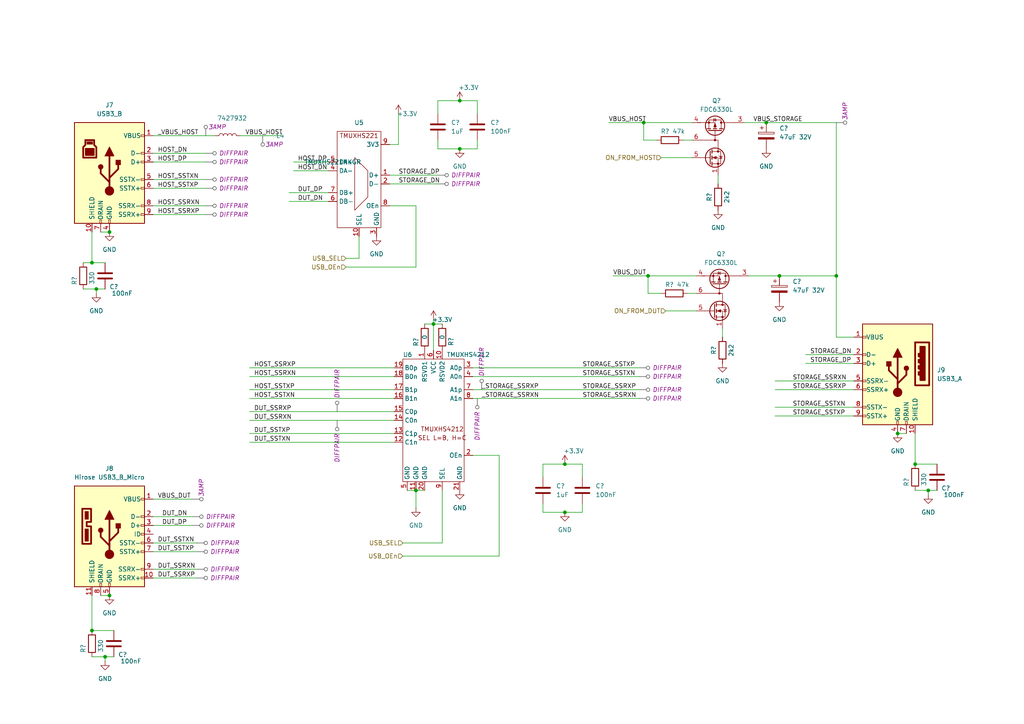
<source format=kicad_sch>
(kicad_sch (version 20230121) (generator eeschema)
  (paper "A4")
  (title_block (title "USB Storage Host/DUT switch") (date "2023-06-15") (rev "1.0.0") (company "Red Hat Inc.") (comment 1 "Device Under Test, supporting USB3.0 and 2.0 connectivity") (comment 2 "that can be connected to the testing host, or to the") (comment 3 "This schematic designs the multiplexor for a USB storage device"))
  (lib_symbols
    (symbol "Connector:USB3_A" (pin_names (offset 1.016))
      (property "Reference" "J" (at -10.16 15.24 0))
      (property "Value" "USB3_A" (at 10.16 15.24 0))
      (symbol "USB3_A_0_0"
        (rectangle (start -9.144 8.636) (end -5.08 -3.81) (stroke (width 0.508)))
        (rectangle (start -7.874 7.366) (end -6.604 -2.286) (stroke (width 0.508)) (fill (type outline)))
        (rectangle (start -6.35 0) (end -6.096 -0.762) (stroke (width 0.508)))
        (rectangle (start -6.35 1.778) (end -6.096 1.016) (stroke (width 0.508)))
        (rectangle (start -6.35 3.556) (end -6.096 2.794) (stroke (width 0.508)))
        (rectangle (start -6.35 5.334) (end -6.096 4.572) (stroke (width 0.508)))
        (rectangle (start -2.794 -15.24) (end -2.286 -14.224))
        (rectangle (start -0.254 -15.24) (end 0.254 -14.224))
        (rectangle (start 10.16 -12.446) (end 9.144 -12.954))
        (rectangle (start 10.16 -9.906) (end 9.144 -10.414))
        (rectangle (start 10.16 -4.826) (end 9.144 -5.334))
        (rectangle (start 10.16 -2.286) (end 9.144 -2.794))
        (rectangle (start 10.16 2.794) (end 9.144 2.286))
        (rectangle (start 10.16 5.334) (end 9.144 4.826))
        (rectangle (start 10.16 10.414) (end 9.144 9.906))
      )
      (symbol "USB3_A_0_1"
        (rectangle (start -10.16 13.97) (end 10.16 -15.24) (stroke (width 0.254)) (fill (type background)))
      )
      (symbol "USB3_A_1_1"
        (circle (center -2.54 1.143) (radius 0.635) (stroke (width 0.254)) (fill (type outline)))
        (circle (center 0 -5.842) (radius 1.27) (fill (type outline)))
        (polyline (pts (xy 0 -5.842) (xy 0 4.318)) (stroke (width 0.508)))
        (polyline (pts (xy 0 -3.302) (xy -2.54 -0.762) (xy -2.54 0.508)) (stroke (width 0.508)))
        (polyline (pts (xy 0 -2.032) (xy 2.54 0.508) (xy 2.54 1.778)) (stroke (width 0.508)))
        (polyline (pts (xy -1.27 4.318) (xy 0 6.858) (xy 1.27 4.318) (xy -1.27 4.318)) (stroke (width 0.254)) (fill (type outline)))
        (rectangle (start 1.905 1.778) (end 3.175 3.048) (stroke (width 0.254)) (fill (type outline)))
        (pin power_in line (at 12.7 10.16 180) (length 2.54) (name "VBUS") (number "1"))
        (pin passive line (at -5.08 -17.78 90) (length 2.54) (name "SHIELD") (number "10"))
        (pin bidirectional line (at 12.7 5.08 180) (length 2.54) (name "D-") (number "2"))
        (pin bidirectional line (at 12.7 2.54 180) (length 2.54) (name "D+") (number "3"))
        (pin power_in line (at 0 -17.78 90) (length 2.54) (name "GND") (number "4"))
        (pin output line (at 12.7 -2.54 180) (length 2.54) (name "SSRX-") (number "5"))
        (pin output line (at 12.7 -5.08 180) (length 2.54) (name "SSRX+") (number "6"))
        (pin passive line (at -2.54 -17.78 90) (length 2.54) (name "DRAIN") (number "7"))
        (pin input line (at 12.7 -10.16 180) (length 2.54) (name "SSTX-") (number "8"))
        (pin input line (at 12.7 -12.7 180) (length 2.54) (name "SSTX+") (number "9"))
      )
    )
    (symbol "Connector:USB3_B" (pin_names (offset 1.016))
      (property "Reference" "J" (at -10.16 15.24 0))
      (property "Value" "USB3_B" (at 10.16 15.24 0))
      (symbol "USB3_B_0_0"
        (rectangle (start -2.794 -15.24) (end -2.286 -14.224))
        (rectangle (start -0.254 -15.24) (end 0.254 -14.224))
        (rectangle (start 10.16 -12.446) (end 9.144 -12.954))
        (rectangle (start 10.16 -9.906) (end 9.144 -10.414))
        (rectangle (start 10.16 -4.826) (end 9.144 -5.334))
        (rectangle (start 10.16 -2.286) (end 9.144 -2.794))
        (rectangle (start 10.16 2.794) (end 9.144 2.286))
        (rectangle (start 10.16 5.334) (end 9.144 4.826))
        (rectangle (start 10.16 10.414) (end 9.144 9.906))
      )
      (symbol "USB3_B_0_1"
        (rectangle (start -10.16 13.97) (end 10.16 -15.24) (stroke (width 0.254)) (fill (type background)))
        (rectangle (start -6.477 8.382) (end -4.953 7.747) (stroke (width 0.254)) (fill (type outline)))
        (rectangle (start -4.445 4.445) (end -6.985 6.477) (stroke (width 0.254)) (fill (type outline)))
        (polyline (pts (xy -6.985 8.89) (xy -6.985 7.493) (xy -7.62 6.858) (xy -7.62 3.81) (xy -3.81 3.81) (xy -3.81 6.858) (xy -4.445 7.493) (xy -4.445 8.89) (xy -6.858 8.89) (xy -6.985 8.89)) (stroke (width 0.508)))
      )
      (symbol "USB3_B_1_1"
        (circle (center -2.54 1.143) (radius 0.635) (stroke (width 0.254)) (fill (type outline)))
        (circle (center 0 -5.842) (radius 1.27) (fill (type outline)))
        (polyline (pts (xy 0 -5.842) (xy 0 4.318)) (stroke (width 0.508)))
        (polyline (pts (xy 0 -3.302) (xy -2.54 -0.762) (xy -2.54 0.508)) (stroke (width 0.508)))
        (polyline (pts (xy 0 -2.032) (xy 2.54 0.508) (xy 2.54 1.778)) (stroke (width 0.508)))
        (polyline (pts (xy -1.27 4.318) (xy 0 6.858) (xy 1.27 4.318) (xy -1.27 4.318)) (stroke (width 0.254)) (fill (type outline)))
        (rectangle (start 1.905 1.778) (end 3.175 3.048) (stroke (width 0.254)) (fill (type outline)))
        (pin power_out line (at 12.7 10.16 180) (length 2.54) (name "VBUS") (number "1"))
        (pin passive line (at -5.08 -17.78 90) (length 2.54) (name "SHIELD") (number "10"))
        (pin bidirectional line (at 12.7 5.08 180) (length 2.54) (name "D-") (number "2"))
        (pin bidirectional line (at 12.7 2.54 180) (length 2.54) (name "D+") (number "3"))
        (pin power_out line (at 0 -17.78 90) (length 2.54) (name "GND") (number "4"))
        (pin output line (at 12.7 -2.54 180) (length 2.54) (name "SSTX-") (number "5"))
        (pin output line (at 12.7 -5.08 180) (length 2.54) (name "SSTX+") (number "6"))
        (pin passive line (at -2.54 -17.78 90) (length 2.54) (name "DRAIN") (number "7"))
        (pin input line (at 12.7 -10.16 180) (length 2.54) (name "SSRX-") (number "8"))
        (pin input line (at 12.7 -12.7 180) (length 2.54) (name "SSRX+") (number "9"))
      )
    )
    (symbol "Connector:USB3_B_Micro" (pin_names (offset 1.016))
      (property "Reference" "J" (at -10.16 15.24 0))
      (property "Value" "USB3_B_Micro" (at 10.16 15.24 0))
      (symbol "USB3_B_Micro_0_0"
        (rectangle (start -2.794 -15.24) (end -2.286 -14.224))
        (rectangle (start -0.254 -15.24) (end 0.254 -14.224))
        (rectangle (start 10.16 -12.446) (end 9.144 -12.954))
        (rectangle (start 10.16 -9.906) (end 9.144 -10.414))
        (rectangle (start 10.16 -4.826) (end 9.144 -5.334))
        (rectangle (start 10.16 -2.286) (end 9.144 -2.794))
        (rectangle (start 10.16 0.254) (end 9.144 -0.254))
        (rectangle (start 10.16 2.794) (end 9.144 2.286))
        (rectangle (start 10.16 5.334) (end 9.144 4.826))
        (rectangle (start 10.16 10.414) (end 9.144 9.906))
      )
      (symbol "USB3_B_Micro_0_1"
        (rectangle (start -10.16 13.97) (end 10.16 -15.24) (stroke (width 0.254)) (fill (type background)))
        (rectangle (start -7.112 1.524) (end -6.096 -2.032) (fill (type outline)))
        (rectangle (start -7.112 6.604) (end -6.096 4.318) (fill (type outline)))
        (polyline (pts (xy -7.874 7.366) (xy -7.874 -2.794) (xy -5.334 -2.794) (xy -5.334 2.286) (xy -6.604 2.286) (xy -6.604 3.556) (xy -5.334 3.556) (xy -5.334 7.366) (xy -7.874 7.366)) (stroke (width 0.508)))
      )
      (symbol "USB3_B_Micro_1_1"
        (circle (center -2.54 1.143) (radius 0.635) (stroke (width 0.254)) (fill (type outline)))
        (circle (center 0 -5.842) (radius 1.27) (fill (type outline)))
        (polyline (pts (xy 0 -5.842) (xy 0 4.318)) (stroke (width 0.508)))
        (polyline (pts (xy 0 -3.302) (xy -2.54 -0.762) (xy -2.54 0.508)) (stroke (width 0.508)))
        (polyline (pts (xy 0 -2.032) (xy 2.54 0.508) (xy 2.54 1.778)) (stroke (width 0.508)))
        (polyline (pts (xy -1.27 4.318) (xy 0 6.858) (xy 1.27 4.318) (xy -1.27 4.318)) (stroke (width 0.254)) (fill (type outline)))
        (rectangle (start 1.905 1.778) (end 3.175 3.048) (stroke (width 0.254)) (fill (type outline)))
        (pin power_out line (at 12.7 10.16 180) (length 2.54) (name "VBUS") (number "1"))
        (pin input line (at 12.7 -12.7 180) (length 2.54) (name "SSRX+") (number "10"))
        (pin passive line (at -5.08 -17.78 90) (length 2.54) (name "SHIELD") (number "11"))
        (pin bidirectional line (at 12.7 5.08 180) (length 2.54) (name "D-") (number "2"))
        (pin bidirectional line (at 12.7 2.54 180) (length 2.54) (name "D+") (number "3"))
        (pin passive line (at 12.7 0 180) (length 2.54) (name "ID") (number "4"))
        (pin power_out line (at 0 -17.78 90) (length 2.54) (name "GND") (number "5"))
        (pin output line (at 12.7 -2.54 180) (length 2.54) (name "SSTX-") (number "6"))
        (pin output line (at 12.7 -5.08 180) (length 2.54) (name "SSTX+") (number "7"))
        (pin passive line (at -2.54 -17.78 90) (length 2.54) (name "DRAIN") (number "8"))
        (pin input line (at 12.7 -10.16 180) (length 2.54) (name "SSRX-") (number "9"))
      )
    )
    (symbol "Device:C" (pin_numbers hide) (pin_names (offset 0.254))
      (property "Reference" "C" (at 0.635 2.54 0))
      (property "Value" "C" (at 0.635 -2.54 0))
      (symbol "C_0_1"
        (polyline (pts (xy -2.032 -0.762) (xy 2.032 -0.762)) (stroke (width 0.508)))
        (polyline (pts (xy -2.032 0.762) (xy 2.032 0.762)) (stroke (width 0.508)))
      )
      (symbol "C_1_1"
        (pin passive line (at 0 3.81 270) (length 2.794) (name "~") (number "1"))
        (pin passive line (at 0 -3.81 90) (length 2.794) (name "~") (number "2"))
      )
    )
    (symbol "Device:C_Polarized" (pin_numbers hide) (pin_names (offset 0.254))
      (property "Reference" "C" (at 0.635 2.54 0))
      (property "Value" "C_Polarized" (at 0.635 -2.54 0))
      (symbol "C_Polarized_0_1"
        (rectangle (start -2.286 0.508) (end 2.286 1.016))
        (polyline (pts (xy -1.778 2.286) (xy -0.762 2.286)))
        (polyline (pts (xy -1.27 2.794) (xy -1.27 1.778)))
        (rectangle (start 2.286 -0.508) (end -2.286 -1.016) (fill (type outline)))
      )
      (symbol "C_Polarized_1_1"
        (pin passive line (at 0 3.81 270) (length 2.794) (name "~") (number "1"))
        (pin passive line (at 0 -3.81 90) (length 2.794) (name "~") (number "2"))
      )
    )
    (symbol "Device:L" (pin_numbers hide) (pin_names (offset 1.016) hide)
      (property "Reference" "L" (at -1.27 0 90))
      (property "Value" "L" (at 1.905 0 90))
      (symbol "L_0_1"
        (arc (start 0 -2.54) (mid 0.6323 -1.905) (end 0 -1.27))
        (arc (start 0 -1.27) (mid 0.6323 -0.635) (end 0 0))
        (arc (start 0 0) (mid 0.6323 0.635) (end 0 1.27))
        (arc (start 0 1.27) (mid 0.6323 1.905) (end 0 2.54))
      )
      (symbol "L_1_1"
        (pin passive line (at 0 3.81 270) (length 1.27) (name "1") (number "1"))
        (pin passive line (at 0 -3.81 90) (length 1.27) (name "2") (number "2"))
      )
    )
    (symbol "Device:R" (pin_numbers hide) (pin_names (offset 0))
      (property "Reference" "R" (at 2.032 0 90))
      (property "Value" "R" (at 0 0 90))
      (symbol "R_0_1"
        (rectangle (start -1.016 -2.54) (end 1.016 2.54) (stroke (width 0.254)))
      )
      (symbol "R_1_1"
        (pin passive line (at 0 3.81 270) (length 1.27) (name "~") (number "1"))
        (pin passive line (at 0 -3.81 90) (length 1.27) (name "~") (number "2"))
      )
    )
    (symbol "TMUXHS221_1"
      (property "Reference" "U?" (at 2.54 10.16 0))
      (symbol "TMUXHS221_1_0_1"
        (rectangle (start 1.27 8.89) (end 13.97 -19.05))
      )
      (symbol "TMUXHS221_1_1_1"
        (polyline (pts (xy 6.35 -13.97) (xy 6.35 1.27) (xy 10.16 -2.54) (xy 10.16 -7.62) (xy 10.16 -10.16) (xy 6.35 -13.97)))
        (text "TMUXHS221" (at 7.62 7.62 0) (effects (font (size 1.27 1.27))))
        (pin bidirectional line (at 16.51 -3.81 180) (length 2.54) (name "D+") (number "1"))
        (pin input line (at 7.62 -21.59 90) (length 2.54) (name "SEL") (number "10"))
        (pin bidirectional line (at 16.51 -6.35 180) (length 2.54) (name "D-") (number "2"))
        (pin power_in line (at 12.7 -21.59 90) (length 2.54) (name "GND") (number "3"))
        (pin bidirectional line (at -1.27 -2.54 0) (length 2.54) (name "DA-") (number "4"))
        (pin bidirectional line (at -1.27 0 0) (length 2.54) (name "DA+") (number "5"))
        (pin bidirectional line (at -1.27 -11.43 0) (length 2.54) (name "DB-") (number "6"))
        (pin bidirectional line (at -1.27 -8.89 0) (length 2.54) (name "DB+") (number "7"))
        (pin input line (at 16.51 -12.7 180) (length 2.54) (name "OEn") (number "8"))
        (pin power_in line (at 16.51 5.08 180) (length 2.54) (name "3V3") (number "9"))
      )
    )
    (symbol "TUSBMUXES:TMUXHS4212"
      (property "Reference" "U6" (at -2.54 0 0))
      (property "Value" "TMUXHS4212" (at 10.16 0 0))
      (symbol "TMUXHS4212_0_1"
        (rectangle (start -2.54 -1.27) (end 15.24 -36.83))
      )
      (symbol "TMUXHS4212_1_1"
        (text "SEL L=B, H=C" (at 8.89 -24.13 0) (effects (font (size 1.27 1.27))))
        (text "TMUXHS4212\n" (at 8.89 -21.59 0) (effects (font (size 1.27 1.27))))
        (pin passive line (at 3.81 1.27 270) (length 2.54) (name "RSVD1") (number "1"))
        (pin passive line (at 8.89 1.27 270) (length 2.54) (name "RSVD2") (number "10"))
        (pin power_in line (at 1.27 -39.37 90) (length 2.54) (name "GND") (number "11"))
        (pin bidirectional line (at -5.08 -25.4 0) (length 2.54) (name "C1n") (number "12"))
        (pin bidirectional line (at -5.08 -22.86 0) (length 2.54) (name "C1p") (number "13"))
        (pin bidirectional line (at -5.08 -19.05 0) (length 2.54) (name "C0n") (number "14"))
        (pin bidirectional line (at -5.08 -16.51 0) (length 2.54) (name "C0p") (number "15"))
        (pin bidirectional line (at -5.08 -12.7 0) (length 2.54) (name "B1n") (number "16"))
        (pin bidirectional line (at -5.08 -10.16 0) (length 2.54) (name "B1p") (number "17"))
        (pin bidirectional line (at -5.08 -6.35 0) (length 2.54) (name "B0n") (number "18"))
        (pin bidirectional line (at -5.08 -3.81 0) (length 2.54) (name "B0p") (number "19"))
        (pin input line (at 17.78 -29.21 180) (length 2.54) (name "OEn") (number "2"))
        (pin power_in line (at 3.81 -39.37 90) (length 2.54) (name "GND") (number "20"))
        (pin power_in line (at 13.97 -39.37 90) (length 2.54) (name "GND") (number "21"))
        (pin bidirectional line (at 17.78 -3.81 180) (length 2.54) (name "A0p") (number "3"))
        (pin bidirectional line (at 17.78 -6.35 180) (length 2.54) (name "A0n") (number "4"))
        (pin power_in line (at -1.27 -39.37 90) (length 2.54) (name "GND") (number "5"))
        (pin power_in line (at 6.35 1.27 270) (length 2.54) (name "VCC") (number "6"))
        (pin bidirectional line (at 17.78 -10.16 180) (length 2.54) (name "A1p") (number "7"))
        (pin bidirectional line (at 17.78 -12.7 180) (length 2.54) (name "A1n") (number "8"))
        (pin input line (at 8.89 -39.37 90) (length 2.54) (name "SEL") (number "9"))
      )
    )
    (symbol "Transistor_FET:FDC6330L" (pin_names hide)
      (property "Reference" "Q" (at 3.175 -1.27 0))
      (property "Value" "FDC6330L" (at 3.175 -3.81 0))
      (symbol "FDC6330L_0_1"
        (circle (center -0.889 -2.54) (radius 2.794) (stroke (width 0.254)))
        (circle (center 0 -4.318) (radius 0.254) (fill (type outline)))
        (circle (center 0 -0.762) (radius 0.254) (fill (type outline)))
        (polyline (pts (xy -2.286 -2.54) (xy -5.08 -2.54)))
        (polyline (pts (xy -2.286 -0.635) (xy -2.286 -4.445)) (stroke (width 0.254)))
        (polyline (pts (xy -1.778 -3.81) (xy -1.778 -4.826)) (stroke (width 0.254)))
        (polyline (pts (xy -1.778 -2.032) (xy -1.778 -3.048)) (stroke (width 0.254)))
        (polyline (pts (xy -1.778 -0.254) (xy -1.778 -1.27)) (stroke (width 0.254)))
        (polyline (pts (xy 0 0) (xy 0 -0.762)))
        (polyline (pts (xy 5.08 7.62) (xy 1.651 7.62)))
        (polyline (pts (xy -5.08 2.54) (xy 0 2.54) (xy 0 0)))
        (polyline (pts (xy 0 -5.08) (xy 0 -2.54) (xy -1.778 -2.54)))
        (polyline (pts (xy -1.778 -4.318) (xy 0.762 -4.318) (xy 0.762 -0.762) (xy -1.778 -0.762)))
      )
      (symbol "FDC6330L_1_1"
        (circle (center -2.667 7.62) (radius 0.254) (fill (type outline)))
        (circle (center -0.889 2.54) (radius 0.254) (fill (type outline)))
        (circle (center -0.889 6.731) (radius 2.794) (stroke (width 0.254)))
        (polyline (pts (xy -3.175 7.62) (xy -5.969 7.62)))
        (polyline (pts (xy -2.159 5.842) (xy -3.175 5.842)) (stroke (width 0.254)))
        (polyline (pts (xy -0.889 5.334) (xy -0.889 2.54)))
        (polyline (pts (xy -0.381 5.842) (xy -1.397 5.842)) (stroke (width 0.254)))
        (polyline (pts (xy 1.016 5.334) (xy -2.794 5.334)) (stroke (width 0.254)))
        (polyline (pts (xy 1.397 5.842) (xy 0.381 5.842)) (stroke (width 0.254)))
        (polyline (pts (xy 1.651 7.62) (xy 0.889 7.62)))
        (polyline (pts (xy -3.429 7.62) (xy -0.889 7.62) (xy -0.889 5.842)))
        (polyline (pts (xy -2.667 5.842) (xy -2.667 8.382) (xy 0.889 8.382) (xy 0.889 5.842)))
        (polyline (pts (xy -1.524 -2.54) (xy -0.508 -2.159) (xy -0.508 -2.921) (xy -1.524 -2.54)) (fill (type outline)))
        (polyline (pts (xy -1.397 7.874) (xy -1.27 8.001) (xy -1.27 8.763) (xy -1.143 8.89)))
        (polyline (pts (xy -1.27 8.382) (xy -0.635 8.001) (xy -0.635 8.763) (xy -1.27 8.382)))
        (polyline (pts (xy -0.889 7.366) (xy -0.508 6.35) (xy -1.27 6.35) (xy -0.889 7.366)) (fill (type outline)))
        (polyline (pts (xy 0.254 -2.032) (xy 0.381 -2.159) (xy 1.143 -2.159) (xy 1.27 -2.286)))
        (polyline (pts (xy 0.762 -2.159) (xy 0.381 -2.794) (xy 1.143 -2.794) (xy 0.762 -2.159)))
        (circle (center 0.889 7.62) (radius 0.254) (fill (type outline)))
        (pin passive line (at 0 -7.62 90) (length 2.54) (name "S1") (number "1"))
        (pin passive line (at 7.62 7.62 180) (length 2.54) hide (name "D2") (number "2"))
        (pin passive line (at 7.62 7.62 180) (length 2.54) (name "D2") (number "3"))
        (pin passive line (at -7.62 7.62 0) (length 2.54) (name "S2") (number "4"))
        (pin passive line (at -7.62 -2.54 0) (length 2.54) (name "G1") (number "5"))
        (pin passive line (at -7.62 2.54 0) (length 2.54) (name "D1") (number "6"))
      )
    )
    (symbol "power:+3.3V" (power) (pin_names (offset 0))
      (property "Value" "+3.3V" (at 0 3.556 0))
      (symbol "+3.3V_0_1"
        (polyline (pts (xy -0.762 1.27) (xy 0 2.54)))
        (polyline (pts (xy 0 0) (xy 0 2.54)))
        (polyline (pts (xy 0 2.54) (xy 0.762 1.27)))
      )
      (symbol "+3.3V_1_1"
        (pin power_in line (at 0 0 90) (length 0) hide (name "+3.3V") (number "1"))
      )
    )
    (symbol "power:GND" (power) (pin_names (offset 0))
      (property "Value" "GND" (at 0 -3.81 0))
      (symbol "GND_0_1"
        (polyline (pts (xy 0 0) (xy 0 -1.27) (xy 1.27 -1.27) (xy 0 -2.54) (xy -1.27 -1.27) (xy 0 -1.27)))
      )
      (symbol "GND_1_1"
        (pin power_in line (at 0 0 270) (length 0) hide (name "GND") (number "1"))
      )
    )
  )
  (junction (at 31.75 67.31))
  (junction (at 120.65 142.24))
  (junction (at 133.35 29.21))
  (junction (at 260.35 125.73))
  (junction (at 226.06 80.01))
  (junction (at 186.69 35.56))
  (junction (at 125.73 93.98))
  (junction (at 222.25 35.56))
  (junction (at 31.75 172.72))
  (junction (at 242.57 80.01))
  (junction (at 26.67 76.2))
  (junction (at 26.67 182.88))
  (junction (at 163.83 148.59))
  (junction (at 187.96 80.01))
  (junction (at 163.83 134.62))
  (junction (at 133.35 43.18))
  (junction (at 269.24 142.24))
  (junction (at 265.43 134.62))
  (junction (at 27.94 83.82))
  (junction (at 30.48 190.5))
  (wire (pts (xy 163.83 148.59) (xy 168.91 148.59)))
  (wire (pts (xy 44.45 39.37) (xy 62.23 39.37)))
  (wire (pts (xy 100.33 74.93) (xy 104.14 74.93)))
  (wire (pts (xy 29.21 67.31) (xy 31.75 67.31)))
  (wire (pts (xy 133.35 43.18) (xy 138.43 43.18)))
  (wire (pts (xy 157.48 134.62) (xy 163.83 134.62)))
  (wire (pts (xy 69.85 39.37) (xy 81.28 39.37)))
  (wire (pts (xy 125.73 101.6) (xy 125.73 93.98)))
  (wire (pts (xy 72.39 115.57) (xy 114.3 115.57)))
  (wire (pts (xy 44.45 44.45) (xy 59.69 44.45)))
  (wire (pts (xy 222.25 35.56) (xy 242.57 35.56)))
  (wire (pts (xy 208.28 50.8) (xy 208.28 53.34)))
  (wire (pts (xy 247.65 97.79) (xy 242.57 97.79)))
  (wire (pts (xy 30.48 190.5) (xy 33.02 190.5)))
  (wire (pts (xy 157.48 148.59) (xy 163.83 148.59)))
  (wire (pts (xy 138.43 29.21) (xy 133.35 29.21)))
  (wire (pts (xy 72.39 106.68) (xy 114.3 106.68)))
  (wire (pts (xy 265.43 134.62) (xy 271.78 134.62)))
  (wire (pts (xy 116.84 157.48) (xy 128.27 157.48)))
  (wire (pts (xy 233.68 102.87) (xy 247.65 102.87)))
  (wire (pts (xy 26.67 67.31) (xy 26.67 76.2)))
  (wire (pts (xy 72.39 109.22) (xy 114.3 109.22)))
  (wire (pts (xy 29.21 172.72) (xy 31.75 172.72)))
  (wire (pts (xy 44.45 157.48) (xy 57.15 157.48)))
  (wire (pts (xy 44.45 52.07) (xy 59.69 52.07)))
  (wire (pts (xy 269.24 142.24) (xy 269.24 143.51)))
  (wire (pts (xy 191.77 85.09) (xy 187.96 85.09)))
  (wire (pts (xy 27.94 83.82) (xy 27.94 85.09)))
  (wire (pts (xy 116.84 161.29) (xy 144.78 161.29)))
  (wire (pts (xy 113.03 50.8) (xy 127 50.8)))
  (wire (pts (xy 72.39 128.27) (xy 114.3 128.27)))
  (wire (pts (xy 157.48 138.43) (xy 157.48 134.62)))
  (wire (pts (xy 127 29.21) (xy 133.35 29.21)))
  (wire (pts (xy 177.8 80.01) (xy 187.96 80.01)))
  (wire (pts (xy 269.24 142.24) (xy 271.78 142.24)))
  (wire (pts (xy 104.14 68.58) (xy 104.14 74.93)))
  (wire (pts (xy 44.45 152.4) (xy 55.88 152.4)))
  (wire (pts (xy 224.79 113.03) (xy 247.65 113.03)))
  (wire (pts (xy 26.67 172.72) (xy 26.67 182.88)))
  (wire (pts (xy 242.57 35.56) (xy 242.57 80.01)))
  (wire (pts (xy 72.39 119.38) (xy 114.3 119.38)))
  (wire (pts (xy 44.45 149.86) (xy 55.88 149.86)))
  (wire (pts (xy 72.39 125.73) (xy 114.3 125.73)))
  (wire (pts (xy 215.9 35.56) (xy 222.25 35.56)))
  (wire (pts (xy 144.78 161.29) (xy 144.78 132.08)))
  (wire (pts (xy 137.16 106.68) (xy 185.42 106.68)))
  (wire (pts (xy 125.73 93.98) (xy 125.73 92.71)))
  (wire (pts (xy 118.11 142.24) (xy 120.65 142.24)))
  (wire (pts (xy 137.16 115.57) (xy 185.42 115.57)))
  (wire (pts (xy 217.17 80.01) (xy 226.06 80.01)))
  (wire (pts (xy 113.03 41.91) (xy 115.57 41.91)))
  (wire (pts (xy 224.79 118.11) (xy 247.65 118.11)))
  (wire (pts (xy 191.77 45.72) (xy 200.66 45.72)))
  (wire (pts (xy 157.48 146.05) (xy 157.48 148.59)))
  (wire (pts (xy 226.06 80.01) (xy 242.57 80.01)))
  (wire (pts (xy 127 40.64) (xy 127 43.18)))
  (wire (pts (xy 127 33.02) (xy 127 29.21)))
  (wire (pts (xy 137.16 113.03) (xy 185.42 113.03)))
  (wire (pts (xy 224.79 110.49) (xy 247.65 110.49)))
  (wire (pts (xy 85.09 49.53) (xy 95.25 49.53)))
  (wire (pts (xy 100.33 77.47) (xy 120.65 77.47)))
  (wire (pts (xy 190.5 40.64) (xy 186.69 40.64)))
  (wire (pts (xy 72.39 121.92) (xy 114.3 121.92)))
  (wire (pts (xy 176.53 35.56) (xy 186.69 35.56)))
  (wire (pts (xy 125.73 93.98) (xy 128.27 93.98)))
  (wire (pts (xy 198.12 40.64) (xy 200.66 40.64)))
  (wire (pts (xy 128.27 157.48) (xy 128.27 142.24)))
  (wire (pts (xy 120.65 142.24) (xy 123.19 142.24)))
  (wire (pts (xy 120.65 142.24) (xy 120.65 147.32)))
  (wire (pts (xy 27.94 83.82) (xy 30.48 83.82)))
  (wire (pts (xy 30.48 190.5) (xy 30.48 191.77)))
  (wire (pts (xy 265.43 125.73) (xy 265.43 134.62)))
  (wire (pts (xy 265.43 142.24) (xy 269.24 142.24)))
  (wire (pts (xy 209.55 95.25) (xy 209.55 97.79)))
  (wire (pts (xy 44.45 144.78) (xy 55.88 144.78)))
  (wire (pts (xy 44.45 165.1) (xy 57.15 165.1)))
  (wire (pts (xy 260.35 125.73) (xy 262.89 125.73)))
  (wire (pts (xy 144.78 132.08) (xy 137.16 132.08)))
  (wire (pts (xy 224.79 120.65) (xy 247.65 120.65)))
  (wire (pts (xy 24.13 76.2) (xy 26.67 76.2)))
  (wire (pts (xy 26.67 190.5) (xy 30.48 190.5)))
  (wire (pts (xy 242.57 80.01) (xy 242.57 97.79)))
  (wire (pts (xy 44.45 167.64) (xy 57.15 167.64)))
  (wire (pts (xy 115.57 41.91) (xy 115.57 33.02)))
  (wire (pts (xy 44.45 46.99) (xy 59.69 46.99)))
  (wire (pts (xy 113.03 59.69) (xy 120.65 59.69)))
  (wire (pts (xy 72.39 113.03) (xy 114.3 113.03)))
  (wire (pts (xy 199.39 85.09) (xy 201.93 85.09)))
  (wire (pts (xy 193.04 90.17) (xy 201.93 90.17)))
  (wire (pts (xy 168.91 146.05) (xy 168.91 148.59)))
  (wire (pts (xy 44.45 160.02) (xy 57.15 160.02)))
  (wire (pts (xy 120.65 59.69) (xy 120.65 77.47)))
  (wire (pts (xy 44.45 59.69) (xy 59.69 59.69)))
  (wire (pts (xy 186.69 40.64) (xy 186.69 35.56)))
  (wire (pts (xy 186.69 35.56) (xy 200.66 35.56)))
  (wire (pts (xy 187.96 85.09) (xy 187.96 80.01)))
  (wire (pts (xy 123.19 93.98) (xy 125.73 93.98)))
  (wire (pts (xy 137.16 109.22) (xy 185.42 109.22)))
  (wire (pts (xy 83.82 55.88) (xy 95.25 55.88)))
  (wire (pts (xy 168.91 138.43) (xy 168.91 134.62)))
  (wire (pts (xy 26.67 182.88) (xy 33.02 182.88)))
  (wire (pts (xy 85.09 46.99) (xy 95.25 46.99)))
  (wire (pts (xy 24.13 83.82) (xy 27.94 83.82)))
  (wire (pts (xy 233.68 105.41) (xy 247.65 105.41)))
  (wire (pts (xy 44.45 62.23) (xy 59.69 62.23)))
  (wire (pts (xy 26.67 76.2) (xy 30.48 76.2)))
  (wire (pts (xy 113.03 53.34) (xy 127 53.34)))
  (wire (pts (xy 83.82 58.42) (xy 95.25 58.42)))
  (wire (pts (xy 168.91 134.62) (xy 163.83 134.62)))
  (wire (pts (xy 187.96 80.01) (xy 201.93 80.01)))
  (wire (pts (xy 127 43.18) (xy 133.35 43.18)))
  (wire (pts (xy 138.43 40.64) (xy 138.43 43.18)))
  (wire (pts (xy 44.45 54.61) (xy 59.69 54.61)))
  (wire (pts (xy 138.43 33.02) (xy 138.43 29.21)))
  (label "HOST_SSTXN" (at 45.72 52.07 0))
  (label "STORAGE_DP" (at 115.57 50.8 0))
  (label "HOST_SSTXN" (at 73.66 115.57 0))
  (label "_STORAGE_SSRXN" (at 139.7 115.57 0))
  (label "DUT_DN" (at 46.99 149.86 0))
  (label "STORAGE_SSTXP" (at 168.91 106.68 0))
  (label "STORAGE_SSRXN" (at 168.91 115.57 0))
  (label "DUT_SSTXN" (at 73.66 128.27 0))
  (label "HOST_SSTXP" (at 45.72 54.61 0))
  (label "HOST_DN" (at 45.72 44.45 0))
  (label "DUT_SSRXN" (at 45.72 165.1 0))
  (label "VBUS_STORAGE" (at 218.44 35.56 0))
  (label "STORAGE_SSRXN" (at 229.87 110.49 0))
  (label "DUT_SSTXP" (at 45.72 160.02 0))
  (label "DUT_SSTXN" (at 45.72 157.48 0))
  (label "HOST_DN" (at 86.36 49.53 0))
  (label "VBUS_HOST" (at 176.53 35.56 0))
  (label "STORAGE_DN" (at 115.57 53.34 0))
  (label "STORAGE_SSTXN" (at 229.87 118.11 0))
  (label "_STORAGE_SSRXP" (at 139.7 113.03 0))
  (label "_VBUS_HOST" (at 45.72 39.37 0))
  (label "HOST_SSRXP" (at 45.72 62.23 0))
  (label "STORAGE_SSRXP" (at 168.91 113.03 0))
  (label "HOST_SSRXP" (at 73.66 106.68 0))
  (label "HOST_SSRXN" (at 45.72 59.69 0))
  (label "HOST_DP" (at 45.72 46.99 0))
  (label "DUT_SSRXP" (at 73.66 119.38 0))
  (label "DUT_SSTXP" (at 73.66 125.73 0))
  (label "DUT_DP" (at 86.36 55.88 0))
  (label "VBUS_HOST" (at 71.12 39.37 0))
  (label "DUT_DN" (at 86.36 58.42 0))
  (label "STORAGE_DP" (at 234.95 105.41 0))
  (label "STORAGE_SSTXN" (at 168.91 109.22 0))
  (label "STORAGE_SSRXP" (at 229.87 113.03 0))
  (label "HOST_SSRXN" (at 73.66 109.22 0))
  (label "DUT_SSRXP" (at 45.72 167.64 0))
  (label "DUT_DP" (at 46.99 152.4 0))
  (label "VBUS_DUT" (at 177.8 80.01 0))
  (label "VBUS_DUT" (at 45.72 144.78 0))
  (label "STORAGE_SSTXP" (at 229.87 120.65 0))
  (label "STORAGE_DN" (at 234.95 102.87 0))
  (label "DUT_SSRXN" (at 73.66 121.92 0))
  (label "HOST_DP" (at 86.36 46.99 0))
  (label "HOST_SSTXP" (at 73.66 113.03 0))
  (hierarchical_label "USB_OEn" (shape input) (at 100.33 77.47 180))
  (hierarchical_label "USB_SEL" (shape input) (at 116.84 157.48 180))
  (hierarchical_label "USB_OEn" (shape input) (at 116.84 161.29 180))
  (hierarchical_label "ON_FROM_DUT" (shape input) (at 193.04 90.17 180))
  (hierarchical_label "USB_SEL" (shape input) (at 100.33 74.93 180))
  (hierarchical_label "ON_FROM_HOST" (shape input) (at 191.77 45.72 180))
  (netclass_flag "" (length 2.54) (shape round) (at 185.42 115.57 270) (property "Netclass" "DIFFPAIR" (at 189.23 115.57 0) (effects (font italic) (justify left))))
  (netclass_flag "" (length 2.54) (shape round) (at 127 50.8 270) (property "Netclass" "DIFFPAIR" (at 130.81 50.8 0) (effects (font italic) (justify left))))
  (netclass_flag "" (length 2.54) (shape round) (at 57.15 157.48 270) (property "Netclass" "DIFFPAIR" (at 60.96 157.48 0) (effects (font italic) (justify left))))
  (netclass_flag "" (length 2.54) (shape round) (at 185.42 109.22 270) (property "Netclass" "DIFFPAIR" (at 189.23 109.22 0) (effects (font italic) (justify left))))
  (netclass_flag "" (length 2.54) (shape round) (at 57.15 167.64 270) (property "Netclass" "DIFFPAIR" (at 60.96 167.64 0) (effects (font italic) (justify left))))
  (netclass_flag "" (length 2.54) (shape round) (at 59.69 54.61 270) (property "Netclass" "DIFFPAIR" (at 63.5 54.61 0) (effects (font italic) (justify left))))
  (netclass_flag "" (length 2.54) (shape round) (at 55.88 144.78 270) (property "Netclass" "3AMP" (at 58.42 144.0815 90) (effects (font italic) (justify left))))
  (netclass_flag "" (length 2.54) (shape round) (at 59.69 52.07 270) (property "Netclass" "DIFFPAIR" (at 63.5 52.07 0) (effects (font italic) (justify left))))
  (netclass_flag "" (length 2.54) (shape round) (at 59.69 59.69 270) (property "Netclass" "DIFFPAIR" (at 63.5 59.69 0) (effects (font italic) (justify left))))
  (netclass_flag "" (length 2.54) (shape round) (at 97.79 119.38 0) (property "Netclass" "DIFFPAIR" (at 97.79 115.57 90) (effects (font italic) (justify left))))
  (netclass_flag "" (length 2.54) (shape round) (at 59.69 44.45 270) (property "Netclass" "DIFFPAIR" (at 63.5 44.45 0) (effects (font italic) (justify left))))
  (netclass_flag "" (length 2.54) (shape round) (at 185.42 113.03 270) (property "Netclass" "DIFFPAIR" (at 189.23 113.03 0) (effects (font italic) (justify left))))
  (netclass_flag "" (length 2.54) (shape round) (at 57.15 160.02 270) (property "Netclass" "DIFFPAIR" (at 60.96 160.02 0) (effects (font italic) (justify left))))
  (netclass_flag "" (length 2.54) (shape round) (at 185.42 106.68 270) (property "Netclass" "DIFFPAIR" (at 189.23 106.68 0) (effects (font italic) (justify left))))
  (netclass_flag "" (length 2.54) (shape round) (at 55.88 152.4 270) (property "Netclass" "DIFFPAIR" (at 59.69 152.4 0) (effects (font italic) (justify left))))
  (netclass_flag "" (length 2.54) (shape round) (at 55.88 149.86 270) (property "Netclass" "DIFFPAIR" (at 59.69 149.86 0) (effects (font italic) (justify left))))
  (netclass_flag "" (length 2.54) (shape round) (at 59.69 46.99 270) (property "Netclass" "DIFFPAIR" (at 63.5 46.99 0) (effects (font italic) (justify left))))
  (netclass_flag "" (length 2.54) (shape round) (at 127 53.34 270) (property "Netclass" "DIFFPAIR" (at 130.81 53.34 0) (effects (font italic) (justify left))))
  (netclass_flag "" (length 2.54) (shape round) (at 139.7 113.03 0) (property "Netclass" "DIFFPAIR" (at 139.7 109.22 90) (effects (font italic) (justify left))))
  (netclass_flag "" (length 2.54) (shape round) (at 242.57 35.56 270) (property "Netclass" "3AMP" (at 245.11 34.8615 90) (effects (font italic) (justify left))))
  (netclass_flag "" (length 2.54) (shape round) (at 97.79 121.92 180) (property "Netclass" "DIFFPAIR" (at 97.79 125.73 90) (effects (font italic) (justify right))))
  (netclass_flag "" (length 2.54) (shape round) (at 138.43 115.57 180) (property "Netclass" "DIFFPAIR" (at 138.43 119.38 90) (effects (font italic) (justify right))))
  (netclass_flag "" (length 2.54) (shape round) (at 57.15 165.1 270) (property "Netclass" "DIFFPAIR" (at 60.96 165.1 0) (effects (font italic) (justify left))))
  (netclass_flag "" (length 2.54) (shape round) (at 76.2 39.37 180) (property "Netclass" "3AMP" (at 76.8985 41.91 0) (effects (font italic) (justify left))))
  (netclass_flag "" (length 2.54) (shape round) (at 59.69 62.23 270) (property "Netclass" "DIFFPAIR" (at 63.5 62.23 0) (effects (font italic) (justify left))))
  (netclass_flag "" (length 2.54) (shape round) (at 59.69 39.37 0) (property "Netclass" "3AMP" (at 60.3885 36.83 0) (effects (font italic) (justify left))))
  (symbol (lib_id "Device:R") (at 195.58 85.09 90) (unit 1)
    (property "Reference" "R?" (at 194.183 82.55 90))
    (property "Value" "47k" (at 198.12 82.55 90))
    (property "Footprint" "Resistor_SMD:R_0603_1608Metric" (effects hide))
    (property "MFN" "RC0603JR-0747KL" (effects hide))
    (instances (project "dutlink" (path "" (reference "R?") (unit 1)) (path "" (reference "R3") (unit 1)) (path "" (reference "R29") (unit 1))))
  )
  (symbol (lib_id "power:GND") (at 133.35 142.24 0) (unit 1)
    (property "Reference" "#PWR059" (effects hide))
    (property "Value" "GND" (at 133.35 147.32 0))
  )
  (symbol (lib_id "power:GND") (at 120.65 147.32 0) (unit 1)
    (property "Reference" "#PWR072" (effects hide))
    (property "Value" "GND" (at 120.65 152.4 0))
  )
  (symbol (lib_id "power:+3.3V") (at 125.73 92.71 0) (unit 1)
    (property "Reference" "#PWR013" (effects hide))
    (property "Value" "+3.3V" (at 128.27 92.71 0))
    (instances (project "dutlink" (path "" (reference "#PWR013") (unit 1)) (path "" (reference "#PWR069") (unit 1))))
  )
  (symbol (lib_id "power:GND") (at 208.28 60.96 0) (unit 1)
    (property "Reference" "#PWR?" (effects hide))
    (property "Value" "GND" (at 208.28 66.04 0))
    (instances (project "dutlink" (path "" (reference "#PWR?") (unit 1)) (path "" (reference "#PWR018") (unit 1)) (path "" (reference "#PWR078") (unit 1))))
  )
  (symbol (lib_id "Device:R") (at 26.67 186.69 180) (unit 1)
    (property "Reference" "R?" (at 24.13 188.087 90))
    (property "Value" "330" (at 29.21 187.325 90))
    (property "Footprint" "Resistor_SMD:R_0402_1005Metric" (effects hide))
    (property "MFN" "RTT02331JTH" (effects hide))
    (property "MPN" "RTT02331JTH" (effects hide))
    (instances (project "dutlink" (path "" (reference "R?") (unit 1)) (path "" (reference "R117") (unit 1)) (path "" (reference "R33") (unit 1))))
  )
  (symbol (lib_id "Device:C_Polarized") (at 222.25 39.37 0) (unit 1)
    (property "Reference" "C?" (at 226.06 37.211 0) (effects (justify left)))
    (property "Value" "47uF 32V" (at 226.06 39.751 0) (effects (justify left)))
    (property "Footprint" "Capacitor_SMD:CP_Elec_6.3x5.4_Nichicon" (effects hide))
    (property "MFN" "HV470M035E055ETR" (effects hide))
    (instances (project "dutlink" (path "" (reference "C?") (unit 1)) (path "" (reference "C29") (unit 1)) (path "" (reference "C38") (unit 1))))
  )
  (symbol (lib_id "power:GND") (at 260.35 125.73 0) (unit 1)
    (property "Reference" "#PWR076" (effects hide))
    (property "Value" "GND" (at 260.35 130.81 0))
  )
  (symbol (lib_id "Transistor_FET:FDC6330L") (at 209.55 87.63 0) (unit 1)
    (property "Reference" "Q?" (at 209.1055 73.66 0))
    (property "Value" "FDC6330L" (at 209.1055 76.2 0))
    (property "Footprint" "Package_TO_SOT_SMD:TSOT-23-6" (effects hide))
    (property "Datasheet" "https://www.onsemi.com/pub/Collateral/FDC6330L-D.PDF" (effects hide))
    (property "MFN" "FDC6330L" (effects hide))
    (instances (project "dutlink" (path "" (reference "Q?") (unit 1)) (path "" (reference "Q1") (unit 1)) (path "" (reference "Q4") (unit 1))))
  )
  (symbol (lib_id "power:GND") (at 209.55 105.41 0) (unit 1)
    (property "Reference" "#PWR?" (effects hide))
    (property "Value" "GND" (at 209.55 110.49 0))
    (instances (project "dutlink" (path "" (reference "#PWR?") (unit 1)) (path "" (reference "#PWR018") (unit 1)) (path "" (reference "#PWR066") (unit 1))))
  )
  (symbol (lib_id "power:GND") (at 269.24 143.51 0) (unit 1)
    (property "Reference" "#PWR079" (effects hide))
    (property "Value" "GND" (at 269.24 148.59 0))
    (instances (project "dutlink" (path "" (reference "#PWR079") (unit 1)) (path "" (reference "#PWR0230") (unit 1))))
  )
  (symbol (lib_id "Device:C") (at 157.48 142.24 0) (unit 1)
    (property "Reference" "C?" (at 161.29 140.97 0) (effects (justify left)))
    (property "Value" "1uF" (at 161.29 143.51 0) (effects (justify left)))
    (property "Footprint" "Capacitor_SMD:C_0603_1608Metric" (effects hide))
    (property "MFN" "CL10B105KA8NNNC" (effects hide))
    (instances (project "dutlink" (path "" (reference "C?") (unit 1)) (path "" (reference "C6") (unit 1)) (path "" (reference "C21") (unit 1))))
  )
  (symbol (lib_id "Connector:USB3_B_Micro") (at 31.75 154.94 0) (unit 1)
    (property "Reference" "J8" (at 31.75 135.89 0))
    (property "Value" "Hirose USB3_B_Micro" (at 31.75 138.43 0))
    (property "Footprint" "FOOTPRINTS:ZX360DB10P30" (effects hide))
    (property "Datasheet" "https://www.mouser.es/datasheet/2/185/ZX360D_B_10P_30__CL0242_0500_1_30_2DDrawing_000114-1620360.pdf" (effects hide))
    (property "MPN" "ZX360D-B-10P(30)" (effects hide))
    (property "Link" "https://www2.mouser.com/ProductDetail/Hirose-Connector/ZX360D-B-10P30?qs=4J5DPWWS9EDezzYtx6NKEg%3D%3D" (effects hide))
    (property "MFN" "ZX360D-B-10P(30)" (effects hide))
  )
  (symbol (lib_id "Device:R") (at 194.31 40.64 90) (unit 1)
    (property "Reference" "R?" (at 192.913 38.1 90))
    (property "Value" "47k" (at 196.85 38.1 90))
    (property "Footprint" "Resistor_SMD:R_0603_1608Metric" (effects hide))
    (property "MFN" "RC0603JR-0747KL" (effects hide))
    (instances (project "dutlink" (path "" (reference "R?") (unit 1)) (path "" (reference "R3") (unit 1)) (path "" (reference "R27") (unit 1))))
  )
  (symbol (lib_id "Device:R") (at 208.28 57.15 0) (unit 1)
    (property "Reference" "R?" (at 205.74 57.15 90))
    (property "Value" "2k2" (at 210.82 57.15 90))
    (property "Footprint" "Resistor_SMD:R_0603_1608Metric" (effects hide))
    (property "MFN" "RC0603FR-072K2L" (effects hide))
    (instances (project "dutlink" (path "" (reference "R?") (unit 1)) (path "" (reference "R4") (unit 1)) (path "" (reference "R28") (unit 1))))
  )
  (symbol (lib_id "Connector:USB3_B") (at 31.75 49.53 0) (unit 1)
    (property "Reference" "J7" (at 31.75 30.48 0))
    (property "Value" "USB3_B" (at 31.75 33.02 0))
    (property "Footprint" "USB3Wurth:Wurth WR-COM USB 3.0 692221030100" (effects hide))
    (property "Link" "https://es.farnell.com/wurth-elektronik/692221030100/usb-3-0-tipo-b-hembra-th/dp/1861259?gclid=EAIaIQobChMIj5-17u_P_wIV9RsGAB1SZQeBEAAYASAAEgJnLPD_BwE&mckv=s_dc|pcrid|509002904386|kword|692221030100|match|p|plid||slid||product||pgrid|119454722043|ptaid|aud-1702385753400:kwd-25618251422|&CMP=KNC-GES-GEN-SKU-MDC-Connectors-Cable-Test-OOSandAudienceOpt-14-Feb-23" (effects hide))
    (property "MFN" "692221030100" (effects hide))
  )
  (symbol (lib_id "power:GND") (at 222.25 43.18 0) (unit 1)
    (property "Reference" "#PWR?" (effects hide))
    (property "Value" "GND" (at 222.25 48.26 0))
    (instances (project "dutlink" (path "" (reference "#PWR?") (unit 1)) (path "" (reference "#PWR018") (unit 1)) (path "" (reference "#PWR0102") (unit 1))))
  )
  (symbol (lib_id "power:GND") (at 226.06 87.63 0) (unit 1)
    (property "Reference" "#PWR?" (effects hide))
    (property "Value" "GND" (at 226.06 92.71 0))
    (instances (project "dutlink" (path "" (reference "#PWR?") (unit 1)) (path "" (reference "#PWR018") (unit 1)) (path "" (reference "#PWR077") (unit 1))))
  )
  (symbol (lib_id "Device:C") (at 168.91 142.24 0) (unit 1)
    (property "Reference" "C?" (at 172.72 140.97 0) (effects (justify left)))
    (property "Value" "100nF" (at 172.72 143.51 0) (effects (justify left)))
    (property "Footprint" "Capacitor_SMD:C_0603_1608Metric" (effects hide))
    (property "MFN" "CL10B104KB8NNNC" (effects hide))
    (instances (project "dutlink" (path "" (reference "C?") (unit 1)) (path "" (reference "C13") (unit 1)) (path "" (reference "C22") (unit 1))))
  )
  (symbol (lib_id "power:GND") (at 31.75 67.31 0) (unit 1)
    (property "Reference" "#PWR073" (effects hide))
    (property "Value" "GND" (at 31.75 72.39 0))
  )
  (symbol (lib_id "power:+3.3V") (at 133.35 29.21 0) (unit 1)
    (property "Reference" "#PWR013" (effects hide))
    (property "Value" "+3.3V" (at 135.89 25.4 0))
    (instances (project "dutlink" (path "" (reference "#PWR013") (unit 1)) (path "" (reference "#PWR067") (unit 1))))
  )
  (symbol (lib_id "Device:C") (at 33.02 186.69 0) (unit 1)
    (property "Reference" "C?" (at 34.29 189.865 0) (effects (justify left)))
    (property "Value" "100nF" (at 34.925 191.77 0) (effects (justify left)))
    (property "Footprint" "Capacitor_SMD:C_0603_1608Metric" (effects hide))
    (property "MPN" "CL05B104K05NNNC" (effects hide))
    (property "MPN2" "TCC0402X7R104M160AT" (effects hide))
    (property "MFN" "CL10B104KB8NNNC" (effects hide))
    (instances (project "dutlink" (path "" (reference "C?") (unit 1)) (path "" (reference "C62") (unit 1)) (path "" (reference "C36") (unit 1))))
  )
  (symbol (lib_id "Connector:USB3_A") (at 260.35 107.95 0) (mirror y) (unit 1)
    (property "Reference" "J9" (at 271.78 107.315 0) (effects (justify right)))
    (property "Value" "USB3_A" (at 271.78 109.855 0) (effects (justify right)))
    (property "Footprint" "Connector_USB:USB3_A_Molex_48393-001" (effects hide))
    (property "Link" "https://es.farnell.com/molex/48393-0003/conector-usb-3-0-usb-tipo-a-hembra/dp/2401595?gclid=EAIaIQobChMIxd3h57zR_wIVppRoCR0T3AuaEAAYASAAEgJqavD_BwE&mckv=s_dc|pcrid|508918265685|kword|48393%200003|match|p|plid||slid||product||pgrid|121108853698|ptaid|aud-1702385753400:kwd-64953266167|&CMP=KNC-GES-GEN-SKU-MDC-Connectors-Cable-Test-OOSandAudienceOpt-14-Feb-23" (effects hide))
    (property "MFN" "48393-0003" (effects hide))
  )
  (symbol (lib_id "Transistor_FET:FDC6330L") (at 208.28 43.18 0) (unit 1)
    (property "Reference" "Q?" (at 207.8355 29.21 0))
    (property "Value" "FDC6330L" (at 207.8355 31.75 0))
    (property "Footprint" "Package_TO_SOT_SMD:TSOT-23-6" (effects hide))
    (property "Datasheet" "https://www.onsemi.com/pub/Collateral/FDC6330L-D.PDF" (effects hide))
    (property "MFN" "FDC6330L" (effects hide))
    (instances (project "dutlink" (path "" (reference "Q?") (unit 1)) (path "" (reference "Q1") (unit 1)) (path "" (reference "Q3") (unit 1))))
  )
  (symbol (lib_id "Device:R") (at 24.13 80.01 180) (unit 1)
    (property "Reference" "R?" (at 21.59 81.407 90))
    (property "Value" "330" (at 26.67 80.645 90))
    (property "Footprint" "Resistor_SMD:R_0402_1005Metric" (effects hide))
    (property "MFN" "RTT02331JTH" (effects hide))
    (property "MPN" "RTT02331JTH" (effects hide))
    (instances (project "dutlink" (path "" (reference "R?") (unit 1)) (path "" (reference "R117") (unit 1)) (path "" (reference "R32") (unit 1))))
  )
  (symbol (lib_id "Device:R") (at 123.19 97.79 180) (unit 1)
    (property "Reference" "R?" (at 120.65 99.187 90))
    (property "Value" "0" (at 123.19 97.79 90))
    (property "Footprint" "Resistor_SMD:R_0603_1608Metric" (effects hide))
    (property "MFN" "RC0603FR-070RL" (effects hide))
    (instances (project "dutlink" (path "" (reference "R?") (unit 1)) (path "" (reference "R3") (unit 1)) (path "" (reference "R25") (unit 1))))
  )
  (symbol (lib_id "power:+3.3V") (at 163.83 134.62 0) (unit 1)
    (property "Reference" "#PWR013" (effects hide))
    (property "Value" "+3.3V" (at 166.37 130.81 0))
    (instances (project "dutlink" (path "" (reference "#PWR013") (unit 1)) (path "" (reference "#PWR070") (unit 1))))
  )
  (symbol (lib_id "Device:C") (at 127 36.83 0) (unit 1)
    (property "Reference" "C?" (at 130.81 35.56 0) (effects (justify left)))
    (property "Value" "1uF" (at 130.81 38.1 0) (effects (justify left)))
    (property "Footprint" "Capacitor_SMD:C_0603_1608Metric" (effects hide))
    (property "MFN" "CL10B105KA8NNNC" (effects hide))
    (instances (project "dutlink" (path "" (reference "C?") (unit 1)) (path "" (reference "C6") (unit 1)) (path "" (reference "C19") (unit 1))))
  )
  (symbol (lib_id "power:+3.3V") (at 115.57 33.02 0) (unit 1)
    (property "Reference" "#PWR013" (effects hide))
    (property "Value" "+3.3V" (at 118.11 33.02 0))
    (instances (project "dutlink" (path "" (reference "#PWR013") (unit 1)) (path "" (reference "#PWR064") (unit 1))))
  )
  (symbol (lib_id "TUSBMUXES:TMUXHS4212") (at 119.38 102.87 0) (unit 1)
    (property "Reference" "U6" (at 116.84 102.87 0) (effects (justify left)))
    (property "Value" "TMUXHS4212" (at 129.54 102.87 0) (effects (justify left)))
    (property "Footprint" "Package_DFN_QFN:DHVQFN-20-1EP_2.5x4.5mm_P0.5mm_EP1x3mm" (effects hide))
    (property "Datasheet" "https://www.ti.com/lit/ds/symlink/tmuxhs4212.pdf" (effects hide))
    (property "MFN" "TMUXHS4212RKSR" (effects hide))
  )
  (symbol (lib_id "Device:R") (at 265.43 138.43 180) (unit 1)
    (property "Reference" "R?" (at 262.89 139.827 90))
    (property "Value" "330" (at 267.97 139.065 90))
    (property "Footprint" "Resistor_SMD:R_0402_1005Metric" (effects hide))
    (property "MFN" "RTT02331JTH" (effects hide))
    (property "MPN" "RTT02331JTH" (effects hide))
    (instances (project "dutlink" (path "" (reference "R?") (unit 1)) (path "" (reference "R117") (unit 1)) (path "" (reference "R34") (unit 1))))
  )
  (symbol (lib_id "Device:C") (at 30.48 80.01 0) (unit 1)
    (property "Reference" "C?" (at 31.75 83.185 0) (effects (justify left)))
    (property "Value" "100nF" (at 32.385 85.09 0) (effects (justify left)))
    (property "Footprint" "Capacitor_SMD:C_0603_1608Metric" (effects hide))
    (property "MPN" "CL05B104K05NNNC" (effects hide))
    (property "MPN2" "TCC0402X7R104M160AT" (effects hide))
    (property "MFN" "CL10B104KB8NNNC" (effects hide))
    (instances (project "dutlink" (path "" (reference "C?") (unit 1)) (path "" (reference "C62") (unit 1)) (path "" (reference "C35") (unit 1))))
  )
  (symbol (lib_id "power:GND") (at 109.22 68.58 0) (unit 1)
    (property "Reference" "#PWR065" (effects hide))
    (property "Value" "GND" (at 109.22 73.66 0))
  )
  (symbol (lib_id "power:GND") (at 30.48 191.77 0) (unit 1)
    (property "Reference" "#PWR081" (effects hide))
    (property "Value" "GND" (at 30.48 196.85 0))
    (instances (project "dutlink" (path "" (reference "#PWR081") (unit 1)) (path "" (reference "#PWR0230") (unit 1))))
  )
  (symbol (lib_id "Device:C") (at 138.43 36.83 0) (unit 1)
    (property "Reference" "C?" (at 142.24 35.56 0) (effects (justify left)))
    (property "Value" "100nF" (at 142.24 38.1 0) (effects (justify left)))
    (property "Footprint" "Capacitor_SMD:C_0603_1608Metric" (effects hide))
    (property "MFN" "CL10B104KB8NNNC" (effects hide))
    (instances (project "dutlink" (path "" (reference "C?") (unit 1)) (path "" (reference "C13") (unit 1)) (path "" (reference "C20") (unit 1))))
  )
  (symbol (lib_id "Device:L") (at 66.04 39.37 90) (unit 1)
    (property "Reference" "L4" (at 81.28 39.37 90))
    (property "Value" "7427932" (at 67.31 34.29 90))
    (property "Footprint" "FOOTPRINTS:7427932" (effects hide))
    (property "Datasheet" "https://www.we-online.com/components/products/datasheet/7427932.pdf" (effects hide))
    (property "Description" "Wurth 7427932 Inductor" (effects hide))
    (property "Link" "https://www2.mouser.com/ProductDetail/Wurth-Elektronik/7427932?qs=E%2F%2FhvbtCqpMraVkI3KrIPA%3D%3D" (effects hide))
    (property "MFN" "7427932" (effects hide))
    (property "MPN" "7427932" (effects hide))
    (instances (project "dutlink" (path "" (reference "L4") (unit 1)) (path "" (reference "L2") (unit 1)) (path "" (reference "L4") (unit 1))))
  )
  (symbol (lib_id "Device:C_Polarized") (at 226.06 83.82 0) (unit 1)
    (property "Reference" "C?" (at 229.87 81.661 0) (effects (justify left)))
    (property "Value" "47uF 32V" (at 229.87 84.201 0) (effects (justify left)))
    (property "Footprint" "Capacitor_SMD:CP_Elec_6.3x5.4_Nichicon" (effects hide))
    (property "MFN" "HV470M035E055ETR" (effects hide))
    (instances (project "dutlink" (path "" (reference "C?") (unit 1)) (path "" (reference "C29") (unit 1)) (path "" (reference "C30") (unit 1))))
  )
  (symbol (lib_name "TMUXHS221_1") (lib_id "TUSBMUXES:TMUXHS221") (at 96.52 46.99 0) (unit 1)
    (property "Reference" "U5" (at 104.14 35.56 0))
    (property "Value" "TMUXHS221NKGR" (at 96.52 46.99 0))
    (property "Footprint" "Package_DFN_QFN:UQFN-10_1.4x1.8mm_P0.4mm" (effects hide))
    (property "Datasheet" "https://www.ti.com/product/TMUXHS221" (effects hide))
    (property "Link" "https://eu.mouser.com/ProductDetail/Texas-Instruments/TMUXHS221NKGR?qs=IPgv5n7u5QbuI%2Forjo3H9g%3D%3D" (effects hide))
    (property "MFN" "TMUXHS221NKGR" (effects hide))
  )
  (symbol (lib_id "Device:R") (at 209.55 101.6 0) (unit 1)
    (property "Reference" "R?" (at 207.01 101.6 90))
    (property "Value" "2k2" (at 212.09 101.6 90))
    (property "Footprint" "Resistor_SMD:R_0603_1608Metric" (effects hide))
    (property "MFN" "RC0603FR-072K2L" (effects hide))
    (instances (project "dutlink" (path "" (reference "R?") (unit 1)) (path "" (reference "R4") (unit 1)) (path "" (reference "R30") (unit 1))))
  )
  (symbol (lib_id "Device:C") (at 271.78 138.43 0) (unit 1)
    (property "Reference" "C?" (at 273.05 141.605 0) (effects (justify left)))
    (property "Value" "100nF" (at 273.685 143.51 0) (effects (justify left)))
    (property "Footprint" "Capacitor_SMD:C_0603_1608Metric" (effects hide))
    (property "MPN" "CL05B104K05NNNC" (effects hide))
    (property "MPN2" "TCC0402X7R104M160AT" (effects hide))
    (property "MFN" "CL10B104KB8NNNC" (effects hide))
    (instances (project "dutlink" (path "" (reference "C?") (unit 1)) (path "" (reference "C62") (unit 1)) (path "" (reference "C37") (unit 1))))
  )
  (symbol (lib_id "Device:R") (at 128.27 97.79 180) (unit 1)
    (property "Reference" "R?" (at 130.81 99.06 90))
    (property "Value" "0" (at 128.27 97.79 90))
    (property "Footprint" "Resistor_SMD:R_0603_1608Metric" (effects hide))
    (property "MFN" "RC0603FR-070RL" (effects hide))
    (instances (project "dutlink" (path "" (reference "R?") (unit 1)) (path "" (reference "R3") (unit 1)) (path "" (reference "R26") (unit 1))))
  )
  (symbol (lib_id "power:GND") (at 31.75 172.72 0) (unit 1)
    (property "Reference" "#PWR074" (effects hide))
    (property "Value" "GND" (at 31.75 177.8 0))
  )
  (symbol (lib_id "power:GND") (at 27.94 85.09 0) (unit 1)
    (property "Reference" "#PWR080" (effects hide))
    (property "Value" "GND" (at 27.94 90.17 0))
    (instances (project "dutlink" (path "" (reference "#PWR080") (unit 1)) (path "" (reference "#PWR0230") (unit 1))))
  )
  (symbol (lib_id "power:GND") (at 133.35 43.18 0) (unit 1)
    (property "Reference" "#PWR068" (effects hide))
    (property "Value" "GND" (at 133.35 48.26 0))
  )
  (symbol (lib_id "power:GND") (at 163.83 148.59 0) (unit 1)
    (property "Reference" "#PWR071" (effects hide))
    (property "Value" "GND" (at 163.83 153.67 0))
  )
)
</source>
